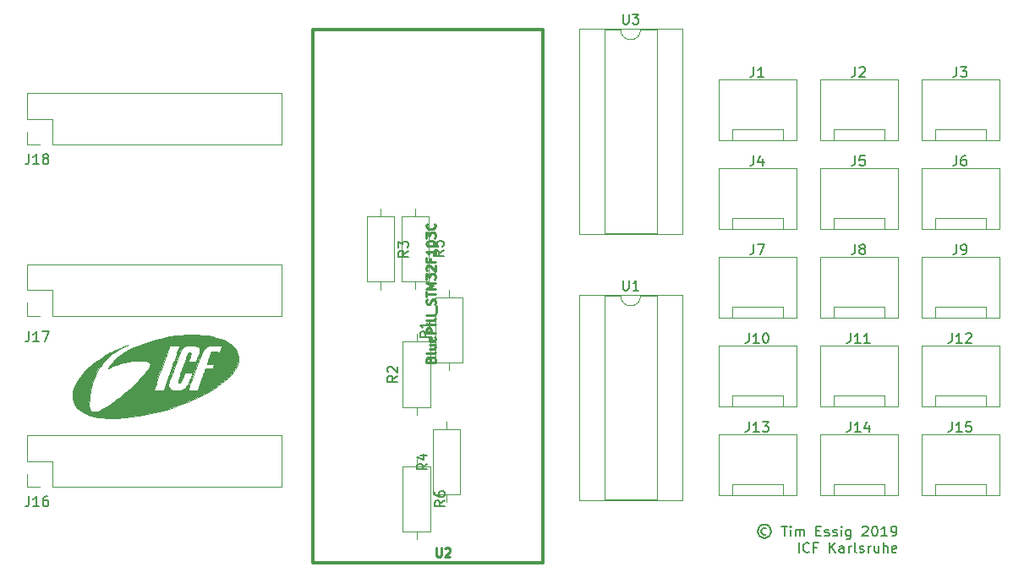
<source format=gbr>
G04 #@! TF.GenerationSoftware,KiCad,Pcbnew,5.1.4-e60b266~84~ubuntu18.04.1*
G04 #@! TF.CreationDate,2019-09-03T19:43:04+02:00*
G04 #@! TF.ProjectId,xfaders,78666164-6572-4732-9e6b-696361645f70,rev?*
G04 #@! TF.SameCoordinates,Original*
G04 #@! TF.FileFunction,Legend,Top*
G04 #@! TF.FilePolarity,Positive*
%FSLAX46Y46*%
G04 Gerber Fmt 4.6, Leading zero omitted, Abs format (unit mm)*
G04 Created by KiCad (PCBNEW 5.1.4-e60b266~84~ubuntu18.04.1) date 2019-09-03 19:43:04*
%MOMM*%
%LPD*%
G04 APERTURE LIST*
%ADD10C,0.150000*%
%ADD11C,0.010000*%
%ADD12C,0.120000*%
%ADD13C,0.304800*%
%ADD14C,0.222250*%
G04 APERTURE END LIST*
D10*
X145668404Y-110879476D02*
X145573166Y-110831857D01*
X145382690Y-110831857D01*
X145287452Y-110879476D01*
X145192214Y-110974714D01*
X145144595Y-111069952D01*
X145144595Y-111260428D01*
X145192214Y-111355666D01*
X145287452Y-111450904D01*
X145382690Y-111498523D01*
X145573166Y-111498523D01*
X145668404Y-111450904D01*
X145477928Y-110498523D02*
X145239833Y-110546142D01*
X145001738Y-110689000D01*
X144858880Y-110927095D01*
X144811261Y-111165190D01*
X144858880Y-111403285D01*
X145001738Y-111641380D01*
X145239833Y-111784238D01*
X145477928Y-111831857D01*
X145716023Y-111784238D01*
X145954119Y-111641380D01*
X146096976Y-111403285D01*
X146144595Y-111165190D01*
X146096976Y-110927095D01*
X145954119Y-110689000D01*
X145716023Y-110546142D01*
X145477928Y-110498523D01*
X147192214Y-110641380D02*
X147763642Y-110641380D01*
X147477928Y-111641380D02*
X147477928Y-110641380D01*
X148096976Y-111641380D02*
X148096976Y-110974714D01*
X148096976Y-110641380D02*
X148049357Y-110689000D01*
X148096976Y-110736619D01*
X148144595Y-110689000D01*
X148096976Y-110641380D01*
X148096976Y-110736619D01*
X148573166Y-111641380D02*
X148573166Y-110974714D01*
X148573166Y-111069952D02*
X148620785Y-111022333D01*
X148716023Y-110974714D01*
X148858880Y-110974714D01*
X148954119Y-111022333D01*
X149001738Y-111117571D01*
X149001738Y-111641380D01*
X149001738Y-111117571D02*
X149049357Y-111022333D01*
X149144595Y-110974714D01*
X149287452Y-110974714D01*
X149382690Y-111022333D01*
X149430309Y-111117571D01*
X149430309Y-111641380D01*
X150668404Y-111117571D02*
X151001738Y-111117571D01*
X151144595Y-111641380D02*
X150668404Y-111641380D01*
X150668404Y-110641380D01*
X151144595Y-110641380D01*
X151525547Y-111593761D02*
X151620785Y-111641380D01*
X151811261Y-111641380D01*
X151906500Y-111593761D01*
X151954119Y-111498523D01*
X151954119Y-111450904D01*
X151906500Y-111355666D01*
X151811261Y-111308047D01*
X151668404Y-111308047D01*
X151573166Y-111260428D01*
X151525547Y-111165190D01*
X151525547Y-111117571D01*
X151573166Y-111022333D01*
X151668404Y-110974714D01*
X151811261Y-110974714D01*
X151906500Y-111022333D01*
X152335071Y-111593761D02*
X152430309Y-111641380D01*
X152620785Y-111641380D01*
X152716023Y-111593761D01*
X152763642Y-111498523D01*
X152763642Y-111450904D01*
X152716023Y-111355666D01*
X152620785Y-111308047D01*
X152477928Y-111308047D01*
X152382690Y-111260428D01*
X152335071Y-111165190D01*
X152335071Y-111117571D01*
X152382690Y-111022333D01*
X152477928Y-110974714D01*
X152620785Y-110974714D01*
X152716023Y-111022333D01*
X153192214Y-111641380D02*
X153192214Y-110974714D01*
X153192214Y-110641380D02*
X153144595Y-110689000D01*
X153192214Y-110736619D01*
X153239833Y-110689000D01*
X153192214Y-110641380D01*
X153192214Y-110736619D01*
X154096976Y-110974714D02*
X154096976Y-111784238D01*
X154049357Y-111879476D01*
X154001738Y-111927095D01*
X153906500Y-111974714D01*
X153763642Y-111974714D01*
X153668404Y-111927095D01*
X154096976Y-111593761D02*
X154001738Y-111641380D01*
X153811261Y-111641380D01*
X153716023Y-111593761D01*
X153668404Y-111546142D01*
X153620785Y-111450904D01*
X153620785Y-111165190D01*
X153668404Y-111069952D01*
X153716023Y-111022333D01*
X153811261Y-110974714D01*
X154001738Y-110974714D01*
X154096976Y-111022333D01*
X155287452Y-110736619D02*
X155335071Y-110689000D01*
X155430309Y-110641380D01*
X155668404Y-110641380D01*
X155763642Y-110689000D01*
X155811261Y-110736619D01*
X155858880Y-110831857D01*
X155858880Y-110927095D01*
X155811261Y-111069952D01*
X155239833Y-111641380D01*
X155858880Y-111641380D01*
X156477928Y-110641380D02*
X156573166Y-110641380D01*
X156668404Y-110689000D01*
X156716023Y-110736619D01*
X156763642Y-110831857D01*
X156811261Y-111022333D01*
X156811261Y-111260428D01*
X156763642Y-111450904D01*
X156716023Y-111546142D01*
X156668404Y-111593761D01*
X156573166Y-111641380D01*
X156477928Y-111641380D01*
X156382690Y-111593761D01*
X156335071Y-111546142D01*
X156287452Y-111450904D01*
X156239833Y-111260428D01*
X156239833Y-111022333D01*
X156287452Y-110831857D01*
X156335071Y-110736619D01*
X156382690Y-110689000D01*
X156477928Y-110641380D01*
X157763642Y-111641380D02*
X157192214Y-111641380D01*
X157477928Y-111641380D02*
X157477928Y-110641380D01*
X157382690Y-110784238D01*
X157287452Y-110879476D01*
X157192214Y-110927095D01*
X158239833Y-111641380D02*
X158430309Y-111641380D01*
X158525547Y-111593761D01*
X158573166Y-111546142D01*
X158668404Y-111403285D01*
X158716023Y-111212809D01*
X158716023Y-110831857D01*
X158668404Y-110736619D01*
X158620785Y-110689000D01*
X158525547Y-110641380D01*
X158335071Y-110641380D01*
X158239833Y-110689000D01*
X158192214Y-110736619D01*
X158144595Y-110831857D01*
X158144595Y-111069952D01*
X158192214Y-111165190D01*
X158239833Y-111212809D01*
X158335071Y-111260428D01*
X158525547Y-111260428D01*
X158620785Y-111212809D01*
X158668404Y-111165190D01*
X158716023Y-111069952D01*
X148906500Y-113291380D02*
X148906500Y-112291380D01*
X149954119Y-113196142D02*
X149906500Y-113243761D01*
X149763642Y-113291380D01*
X149668404Y-113291380D01*
X149525547Y-113243761D01*
X149430309Y-113148523D01*
X149382690Y-113053285D01*
X149335071Y-112862809D01*
X149335071Y-112719952D01*
X149382690Y-112529476D01*
X149430309Y-112434238D01*
X149525547Y-112339000D01*
X149668404Y-112291380D01*
X149763642Y-112291380D01*
X149906500Y-112339000D01*
X149954119Y-112386619D01*
X150716023Y-112767571D02*
X150382690Y-112767571D01*
X150382690Y-113291380D02*
X150382690Y-112291380D01*
X150858880Y-112291380D01*
X152001738Y-113291380D02*
X152001738Y-112291380D01*
X152573166Y-113291380D02*
X152144595Y-112719952D01*
X152573166Y-112291380D02*
X152001738Y-112862809D01*
X153430309Y-113291380D02*
X153430309Y-112767571D01*
X153382690Y-112672333D01*
X153287452Y-112624714D01*
X153096976Y-112624714D01*
X153001738Y-112672333D01*
X153430309Y-113243761D02*
X153335071Y-113291380D01*
X153096976Y-113291380D01*
X153001738Y-113243761D01*
X152954119Y-113148523D01*
X152954119Y-113053285D01*
X153001738Y-112958047D01*
X153096976Y-112910428D01*
X153335071Y-112910428D01*
X153430309Y-112862809D01*
X153906500Y-113291380D02*
X153906500Y-112624714D01*
X153906500Y-112815190D02*
X153954119Y-112719952D01*
X154001738Y-112672333D01*
X154096976Y-112624714D01*
X154192214Y-112624714D01*
X154668404Y-113291380D02*
X154573166Y-113243761D01*
X154525547Y-113148523D01*
X154525547Y-112291380D01*
X155001738Y-113243761D02*
X155096976Y-113291380D01*
X155287452Y-113291380D01*
X155382690Y-113243761D01*
X155430309Y-113148523D01*
X155430309Y-113100904D01*
X155382690Y-113005666D01*
X155287452Y-112958047D01*
X155144595Y-112958047D01*
X155049357Y-112910428D01*
X155001738Y-112815190D01*
X155001738Y-112767571D01*
X155049357Y-112672333D01*
X155144595Y-112624714D01*
X155287452Y-112624714D01*
X155382690Y-112672333D01*
X155858880Y-113291380D02*
X155858880Y-112624714D01*
X155858880Y-112815190D02*
X155906500Y-112719952D01*
X155954119Y-112672333D01*
X156049357Y-112624714D01*
X156144595Y-112624714D01*
X156906500Y-112624714D02*
X156906500Y-113291380D01*
X156477928Y-112624714D02*
X156477928Y-113148523D01*
X156525547Y-113243761D01*
X156620785Y-113291380D01*
X156763642Y-113291380D01*
X156858880Y-113243761D01*
X156906500Y-113196142D01*
X157382690Y-113291380D02*
X157382690Y-112291380D01*
X157811261Y-113291380D02*
X157811261Y-112767571D01*
X157763642Y-112672333D01*
X157668404Y-112624714D01*
X157525547Y-112624714D01*
X157430309Y-112672333D01*
X157382690Y-112719952D01*
X158668404Y-113243761D02*
X158573166Y-113291380D01*
X158382690Y-113291380D01*
X158287452Y-113243761D01*
X158239833Y-113148523D01*
X158239833Y-112767571D01*
X158287452Y-112672333D01*
X158382690Y-112624714D01*
X158573166Y-112624714D01*
X158668404Y-112672333D01*
X158716023Y-112767571D01*
X158716023Y-112862809D01*
X158239833Y-112958047D01*
D11*
G36*
X81724500Y-92508917D02*
G01*
X81713916Y-92519500D01*
X81703333Y-92508917D01*
X81713916Y-92498333D01*
X81724500Y-92508917D01*
X81724500Y-92508917D01*
G37*
X81724500Y-92508917D02*
X81713916Y-92519500D01*
X81703333Y-92508917D01*
X81713916Y-92498333D01*
X81724500Y-92508917D01*
G36*
X81675111Y-92526555D02*
G01*
X81672205Y-92539139D01*
X81661000Y-92540667D01*
X81643577Y-92532922D01*
X81646888Y-92526555D01*
X81672008Y-92524022D01*
X81675111Y-92526555D01*
X81675111Y-92526555D01*
G37*
X81675111Y-92526555D02*
X81672205Y-92539139D01*
X81661000Y-92540667D01*
X81643577Y-92532922D01*
X81646888Y-92526555D01*
X81672008Y-92524022D01*
X81675111Y-92526555D01*
G36*
X88090127Y-91470883D02*
G01*
X88277922Y-91475666D01*
X88474136Y-91482393D01*
X88670320Y-91490767D01*
X88858024Y-91500487D01*
X89028798Y-91511256D01*
X89174194Y-91522774D01*
X89206345Y-91525810D01*
X89700242Y-91585471D01*
X90159131Y-91663724D01*
X90582646Y-91760374D01*
X90970421Y-91875228D01*
X91322088Y-92008091D01*
X91637281Y-92158769D01*
X91915632Y-92327068D01*
X92156776Y-92512794D01*
X92360344Y-92715753D01*
X92525972Y-92935751D01*
X92653291Y-93172595D01*
X92732256Y-93390960D01*
X92761038Y-93523638D01*
X92780839Y-93681166D01*
X92790776Y-93847732D01*
X92789969Y-94007525D01*
X92777539Y-94144734D01*
X92775077Y-94159779D01*
X92709749Y-94417715D01*
X92603279Y-94680218D01*
X92456518Y-94946493D01*
X92270316Y-95215743D01*
X92045523Y-95487174D01*
X91782991Y-95759989D01*
X91483569Y-96033392D01*
X91148109Y-96306588D01*
X90777460Y-96578780D01*
X90372472Y-96849174D01*
X89933997Y-97116973D01*
X89462885Y-97381381D01*
X89164583Y-97538233D01*
X88439690Y-97890109D01*
X87684371Y-98217955D01*
X86904085Y-98520198D01*
X86104292Y-98795264D01*
X85290453Y-99041579D01*
X84468026Y-99257569D01*
X83642473Y-99441661D01*
X82819252Y-99592281D01*
X82003825Y-99707855D01*
X81428166Y-99768169D01*
X81103885Y-99793807D01*
X80777621Y-99813636D01*
X80458120Y-99827362D01*
X80154130Y-99834688D01*
X79874399Y-99835319D01*
X79629000Y-99829016D01*
X79186195Y-99797690D01*
X78769695Y-99743880D01*
X78380544Y-99668301D01*
X78019787Y-99571664D01*
X77688471Y-99454685D01*
X77387641Y-99318077D01*
X77118342Y-99162554D01*
X76881621Y-98988829D01*
X76678522Y-98797615D01*
X76510091Y-98589627D01*
X76377374Y-98365578D01*
X76281417Y-98126181D01*
X76223264Y-97872151D01*
X76203962Y-97604201D01*
X76207331Y-97493667D01*
X76246266Y-97182054D01*
X76325863Y-96866222D01*
X76444830Y-96547595D01*
X76601874Y-96227602D01*
X76795703Y-95907669D01*
X77025023Y-95589223D01*
X77288542Y-95273690D01*
X77584968Y-94962499D01*
X77913008Y-94657075D01*
X78271369Y-94358846D01*
X78658759Y-94069238D01*
X79073885Y-93789679D01*
X79515455Y-93521596D01*
X79982175Y-93266414D01*
X80084083Y-93214182D01*
X80221364Y-93145269D01*
X80362523Y-93075548D01*
X80497258Y-93010026D01*
X80615269Y-92953711D01*
X80706256Y-92911611D01*
X80708500Y-92910603D01*
X80788877Y-92875301D01*
X80889250Y-92832419D01*
X81002989Y-92784658D01*
X81123465Y-92734722D01*
X81244047Y-92685313D01*
X81358107Y-92639133D01*
X81459014Y-92598885D01*
X81540141Y-92567270D01*
X81594856Y-92546991D01*
X81616031Y-92540667D01*
X81601863Y-92549535D01*
X81555136Y-92574286D01*
X81481289Y-92612138D01*
X81385760Y-92660311D01*
X81273987Y-92716022D01*
X81247847Y-92728969D01*
X80879495Y-92923114D01*
X80545154Y-93125384D01*
X80236562Y-93341586D01*
X79945459Y-93577529D01*
X79663585Y-93839024D01*
X79649458Y-93853000D01*
X79485358Y-94019953D01*
X79345443Y-94172463D01*
X79220286Y-94321825D01*
X79100462Y-94479333D01*
X78976544Y-94656280D01*
X78966018Y-94671841D01*
X78705068Y-95094984D01*
X78479245Y-95539343D01*
X78288345Y-96005588D01*
X78132162Y-96494386D01*
X78010493Y-97006407D01*
X77923133Y-97542319D01*
X77869878Y-98102790D01*
X77859966Y-98288343D01*
X77855246Y-98505656D01*
X77862417Y-98685699D01*
X77882401Y-98832089D01*
X77916121Y-98948444D01*
X77964499Y-99038381D01*
X78028458Y-99105517D01*
X78076466Y-99137346D01*
X78179206Y-99180785D01*
X78289640Y-99198084D01*
X78419064Y-99190396D01*
X78486000Y-99179190D01*
X78674019Y-99129579D01*
X78886945Y-99049265D01*
X79122444Y-98939948D01*
X79378183Y-98803330D01*
X79651827Y-98641114D01*
X79941045Y-98455001D01*
X80243502Y-98246693D01*
X80556865Y-98017891D01*
X80878801Y-97770297D01*
X81206977Y-97505613D01*
X81539059Y-97225540D01*
X81744410Y-97044743D01*
X84311343Y-97044743D01*
X84319492Y-97053564D01*
X84341230Y-97060097D01*
X84381309Y-97064680D01*
X84444480Y-97067655D01*
X84535495Y-97069362D01*
X84659106Y-97070141D01*
X84820064Y-97070333D01*
X85356215Y-97070333D01*
X85563346Y-96470561D01*
X85774470Y-96470561D01*
X85784817Y-96609440D01*
X85834721Y-96734157D01*
X85923572Y-96843315D01*
X86050758Y-96935518D01*
X86081109Y-96951991D01*
X86218483Y-97006057D01*
X86383708Y-97043861D01*
X86565102Y-97064288D01*
X86750984Y-97066221D01*
X86815539Y-97059834D01*
X87735833Y-97059834D01*
X87756033Y-97062767D01*
X87812766Y-97065385D01*
X87900235Y-97067566D01*
X88012638Y-97069190D01*
X88144178Y-97070137D01*
X88241254Y-97070333D01*
X88746675Y-97070333D01*
X89102023Y-96017292D01*
X89170607Y-95814106D01*
X89235481Y-95622025D01*
X89295313Y-95444981D01*
X89348774Y-95286908D01*
X89394531Y-95151737D01*
X89431255Y-95043401D01*
X89457614Y-94965833D01*
X89472277Y-94922966D01*
X89474494Y-94916625D01*
X89481851Y-94899664D01*
X89493926Y-94887300D01*
X89516760Y-94878805D01*
X89556392Y-94873454D01*
X89618864Y-94870521D01*
X89710215Y-94869279D01*
X89836487Y-94869003D01*
X89870673Y-94869000D01*
X90249728Y-94869000D01*
X90397758Y-94456250D01*
X90019295Y-94450481D01*
X89898030Y-94447816D01*
X89792888Y-94443948D01*
X89710567Y-94439251D01*
X89657764Y-94434099D01*
X89641011Y-94429314D01*
X89647725Y-94406190D01*
X89666650Y-94348083D01*
X89696096Y-94259994D01*
X89734375Y-94146927D01*
X89779800Y-94013884D01*
X89830681Y-93865867D01*
X89852678Y-93802159D01*
X89905250Y-93649787D01*
X89953057Y-93510650D01*
X89994417Y-93389690D01*
X90027647Y-93291850D01*
X90051065Y-93222069D01*
X90062990Y-93185289D01*
X90064166Y-93180883D01*
X90084025Y-93179414D01*
X90138433Y-93179352D01*
X90219637Y-93180478D01*
X90319885Y-93182572D01*
X90431422Y-93185415D01*
X90546497Y-93188788D01*
X90657356Y-93192473D01*
X90756246Y-93196249D01*
X90835415Y-93199898D01*
X90887109Y-93203200D01*
X90899164Y-93204488D01*
X90911041Y-93186685D01*
X90934043Y-93137159D01*
X90965011Y-93064040D01*
X91000791Y-92975459D01*
X91038225Y-92879543D01*
X91074156Y-92784424D01*
X91105429Y-92698231D01*
X91128886Y-92629093D01*
X91141370Y-92585139D01*
X91142533Y-92577708D01*
X91122851Y-92572239D01*
X91067111Y-92567944D01*
X90981570Y-92564782D01*
X90872485Y-92562717D01*
X90746115Y-92561708D01*
X90608717Y-92561717D01*
X90466548Y-92562705D01*
X90325866Y-92564634D01*
X90192929Y-92567464D01*
X90073994Y-92571157D01*
X89975318Y-92575673D01*
X89903160Y-92580975D01*
X89869416Y-92585608D01*
X89694780Y-92642143D01*
X89540559Y-92734146D01*
X89404489Y-92863232D01*
X89316475Y-92980062D01*
X89265708Y-93060649D01*
X89219968Y-93140117D01*
X89188389Y-93202514D01*
X89186271Y-93207417D01*
X89173235Y-93240410D01*
X89146983Y-93308649D01*
X89108756Y-93408839D01*
X89059793Y-93537686D01*
X89001336Y-93691895D01*
X88934625Y-93868171D01*
X88860899Y-94063219D01*
X88781400Y-94273746D01*
X88697369Y-94496455D01*
X88610044Y-94728054D01*
X88520668Y-94965246D01*
X88430480Y-95204737D01*
X88340721Y-95443233D01*
X88252631Y-95677439D01*
X88167450Y-95904060D01*
X88086420Y-96119802D01*
X88010780Y-96321370D01*
X87941771Y-96505469D01*
X87880634Y-96668805D01*
X87828609Y-96808083D01*
X87786936Y-96920009D01*
X87756855Y-97001287D01*
X87739608Y-97048623D01*
X87735833Y-97059834D01*
X86815539Y-97059834D01*
X86929671Y-97048542D01*
X86984416Y-97038352D01*
X87193025Y-96973777D01*
X87380171Y-96872914D01*
X87544957Y-96736477D01*
X87686483Y-96565181D01*
X87782324Y-96403583D01*
X87808887Y-96345449D01*
X87844513Y-96258731D01*
X87886823Y-96150104D01*
X87933433Y-96026240D01*
X87981961Y-95893812D01*
X88030026Y-95759492D01*
X88075245Y-95629954D01*
X88115236Y-95511870D01*
X88147618Y-95411912D01*
X88170008Y-95336755D01*
X88180024Y-95293069D01*
X88180333Y-95288654D01*
X88160279Y-95283096D01*
X88104544Y-95278839D01*
X88019763Y-95276102D01*
X87912576Y-95275104D01*
X87794874Y-95275981D01*
X87409415Y-95281750D01*
X87270288Y-95642491D01*
X87204717Y-95809133D01*
X87149323Y-95941224D01*
X87101098Y-96044439D01*
X87057036Y-96124456D01*
X87014127Y-96186951D01*
X86969366Y-96237601D01*
X86940902Y-96264197D01*
X86882497Y-96308986D01*
X86841618Y-96320008D01*
X86809616Y-96296764D01*
X86785610Y-96255265D01*
X86769356Y-96207774D01*
X86767412Y-96151623D01*
X86778781Y-96072980D01*
X86789009Y-96036269D01*
X86812251Y-95963758D01*
X86847093Y-95859445D01*
X86892123Y-95727329D01*
X86945928Y-95571409D01*
X87007094Y-95395685D01*
X87074210Y-95204153D01*
X87145861Y-95000815D01*
X87220636Y-94789668D01*
X87297120Y-94574711D01*
X87373902Y-94359943D01*
X87449568Y-94149363D01*
X87522705Y-93946970D01*
X87591900Y-93756763D01*
X87655740Y-93582740D01*
X87712813Y-93428901D01*
X87716830Y-93418159D01*
X87755075Y-93334697D01*
X87798663Y-93285779D01*
X87856787Y-93263791D01*
X87907400Y-93260333D01*
X87980396Y-93275675D01*
X88032313Y-93316395D01*
X88053274Y-93374530D01*
X88053333Y-93377966D01*
X88046554Y-93412695D01*
X88027732Y-93479890D01*
X87999145Y-93572178D01*
X87963067Y-93682185D01*
X87926333Y-93789500D01*
X87885897Y-93905827D01*
X87850778Y-94007710D01*
X87823179Y-94088687D01*
X87805303Y-94142295D01*
X87799333Y-94161981D01*
X87819394Y-94164683D01*
X87875154Y-94167029D01*
X87959980Y-94168873D01*
X88067240Y-94170069D01*
X88185625Y-94170472D01*
X88571916Y-94170444D01*
X88761093Y-93670278D01*
X88820839Y-93511168D01*
X88866744Y-93385539D01*
X88900562Y-93287513D01*
X88924049Y-93211215D01*
X88938962Y-93150770D01*
X88947054Y-93100300D01*
X88950082Y-93053932D01*
X88950270Y-93037052D01*
X88937986Y-92916790D01*
X88897994Y-92821211D01*
X88825585Y-92743280D01*
X88716051Y-92675957D01*
X88705064Y-92670589D01*
X88598227Y-92627409D01*
X88478624Y-92596127D01*
X88339427Y-92575820D01*
X88173810Y-92565565D01*
X87974944Y-92564439D01*
X87926333Y-92565319D01*
X87772303Y-92570643D01*
X87651451Y-92581390D01*
X87554665Y-92600995D01*
X87472835Y-92632894D01*
X87396852Y-92680520D01*
X87317605Y-92747309D01*
X87237614Y-92824984D01*
X87088646Y-92974583D01*
X86466662Y-94583250D01*
X86369390Y-94835104D01*
X86275798Y-95077959D01*
X86187124Y-95308575D01*
X86104605Y-95523708D01*
X86029479Y-95720116D01*
X85962982Y-95894557D01*
X85906353Y-96043789D01*
X85860827Y-96164569D01*
X85827644Y-96253656D01*
X85808039Y-96307806D01*
X85804290Y-96318917D01*
X85774470Y-96470561D01*
X85563346Y-96470561D01*
X86125582Y-94842542D01*
X86227661Y-94546980D01*
X86325949Y-94262437D01*
X86419554Y-93991490D01*
X86507585Y-93736720D01*
X86589150Y-93500704D01*
X86663357Y-93286022D01*
X86729316Y-93095252D01*
X86786133Y-92930974D01*
X86832919Y-92795766D01*
X86868781Y-92692206D01*
X86892828Y-92622875D01*
X86904168Y-92590350D01*
X86904906Y-92588292D01*
X86899412Y-92579569D01*
X86872891Y-92572864D01*
X86821351Y-92567959D01*
X86740797Y-92564639D01*
X86627239Y-92562685D01*
X86476683Y-92561883D01*
X86417445Y-92561833D01*
X86257428Y-92562147D01*
X86134776Y-92563302D01*
X86044523Y-92565617D01*
X85981706Y-92569413D01*
X85941358Y-92575011D01*
X85918514Y-92582729D01*
X85908210Y-92592887D01*
X85907415Y-92594704D01*
X85895718Y-92626423D01*
X85871105Y-92694144D01*
X85834695Y-92794753D01*
X85787607Y-92925139D01*
X85730959Y-93082188D01*
X85665870Y-93262789D01*
X85593459Y-93463829D01*
X85514845Y-93682195D01*
X85431146Y-93914775D01*
X85343481Y-94158457D01*
X85252969Y-94410127D01*
X85160729Y-94666674D01*
X85067878Y-94924985D01*
X84975537Y-95181948D01*
X84884823Y-95434449D01*
X84796856Y-95679378D01*
X84712754Y-95913620D01*
X84633635Y-96134065D01*
X84560620Y-96337598D01*
X84494826Y-96521108D01*
X84437371Y-96681483D01*
X84389376Y-96815609D01*
X84351958Y-96920375D01*
X84326237Y-96992667D01*
X84313330Y-97029374D01*
X84312033Y-97033292D01*
X84311343Y-97044743D01*
X81744410Y-97044743D01*
X81872714Y-96931781D01*
X82205609Y-96626037D01*
X82535410Y-96310009D01*
X82846333Y-95999150D01*
X83109620Y-95724066D01*
X83337896Y-95472327D01*
X83531327Y-95243729D01*
X83690080Y-95038067D01*
X83814319Y-94855135D01*
X83904212Y-94694728D01*
X83906948Y-94689083D01*
X83956419Y-94553146D01*
X83966734Y-94432659D01*
X83938253Y-94327889D01*
X83871336Y-94239105D01*
X83766344Y-94166574D01*
X83623638Y-94110562D01*
X83443576Y-94071336D01*
X83226521Y-94049165D01*
X83036833Y-94043885D01*
X82635608Y-94057155D01*
X82221794Y-94096670D01*
X81803170Y-94160645D01*
X81387514Y-94247296D01*
X80982606Y-94354839D01*
X80596223Y-94481489D01*
X80236146Y-94625462D01*
X79989676Y-94742887D01*
X79907077Y-94784268D01*
X79839343Y-94816034D01*
X79794575Y-94834520D01*
X79780797Y-94837352D01*
X79784861Y-94814001D01*
X79808345Y-94763228D01*
X79846826Y-94692590D01*
X79895877Y-94609643D01*
X79951073Y-94521944D01*
X80007990Y-94437048D01*
X80047355Y-94382167D01*
X80247047Y-94142906D01*
X80486363Y-93907466D01*
X80762688Y-93676846D01*
X81073406Y-93452045D01*
X81415902Y-93234065D01*
X81787561Y-93023905D01*
X82185766Y-92822564D01*
X82607904Y-92631042D01*
X83051359Y-92450339D01*
X83513514Y-92281456D01*
X83991755Y-92125391D01*
X84483467Y-91983146D01*
X84986035Y-91855718D01*
X85496842Y-91744110D01*
X86013273Y-91649319D01*
X86532714Y-91572346D01*
X87052549Y-91514192D01*
X87570162Y-91475855D01*
X87661750Y-91471191D01*
X87773591Y-91468347D01*
X87919200Y-91468344D01*
X88090127Y-91470883D01*
X88090127Y-91470883D01*
G37*
X88090127Y-91470883D02*
X88277922Y-91475666D01*
X88474136Y-91482393D01*
X88670320Y-91490767D01*
X88858024Y-91500487D01*
X89028798Y-91511256D01*
X89174194Y-91522774D01*
X89206345Y-91525810D01*
X89700242Y-91585471D01*
X90159131Y-91663724D01*
X90582646Y-91760374D01*
X90970421Y-91875228D01*
X91322088Y-92008091D01*
X91637281Y-92158769D01*
X91915632Y-92327068D01*
X92156776Y-92512794D01*
X92360344Y-92715753D01*
X92525972Y-92935751D01*
X92653291Y-93172595D01*
X92732256Y-93390960D01*
X92761038Y-93523638D01*
X92780839Y-93681166D01*
X92790776Y-93847732D01*
X92789969Y-94007525D01*
X92777539Y-94144734D01*
X92775077Y-94159779D01*
X92709749Y-94417715D01*
X92603279Y-94680218D01*
X92456518Y-94946493D01*
X92270316Y-95215743D01*
X92045523Y-95487174D01*
X91782991Y-95759989D01*
X91483569Y-96033392D01*
X91148109Y-96306588D01*
X90777460Y-96578780D01*
X90372472Y-96849174D01*
X89933997Y-97116973D01*
X89462885Y-97381381D01*
X89164583Y-97538233D01*
X88439690Y-97890109D01*
X87684371Y-98217955D01*
X86904085Y-98520198D01*
X86104292Y-98795264D01*
X85290453Y-99041579D01*
X84468026Y-99257569D01*
X83642473Y-99441661D01*
X82819252Y-99592281D01*
X82003825Y-99707855D01*
X81428166Y-99768169D01*
X81103885Y-99793807D01*
X80777621Y-99813636D01*
X80458120Y-99827362D01*
X80154130Y-99834688D01*
X79874399Y-99835319D01*
X79629000Y-99829016D01*
X79186195Y-99797690D01*
X78769695Y-99743880D01*
X78380544Y-99668301D01*
X78019787Y-99571664D01*
X77688471Y-99454685D01*
X77387641Y-99318077D01*
X77118342Y-99162554D01*
X76881621Y-98988829D01*
X76678522Y-98797615D01*
X76510091Y-98589627D01*
X76377374Y-98365578D01*
X76281417Y-98126181D01*
X76223264Y-97872151D01*
X76203962Y-97604201D01*
X76207331Y-97493667D01*
X76246266Y-97182054D01*
X76325863Y-96866222D01*
X76444830Y-96547595D01*
X76601874Y-96227602D01*
X76795703Y-95907669D01*
X77025023Y-95589223D01*
X77288542Y-95273690D01*
X77584968Y-94962499D01*
X77913008Y-94657075D01*
X78271369Y-94358846D01*
X78658759Y-94069238D01*
X79073885Y-93789679D01*
X79515455Y-93521596D01*
X79982175Y-93266414D01*
X80084083Y-93214182D01*
X80221364Y-93145269D01*
X80362523Y-93075548D01*
X80497258Y-93010026D01*
X80615269Y-92953711D01*
X80706256Y-92911611D01*
X80708500Y-92910603D01*
X80788877Y-92875301D01*
X80889250Y-92832419D01*
X81002989Y-92784658D01*
X81123465Y-92734722D01*
X81244047Y-92685313D01*
X81358107Y-92639133D01*
X81459014Y-92598885D01*
X81540141Y-92567270D01*
X81594856Y-92546991D01*
X81616031Y-92540667D01*
X81601863Y-92549535D01*
X81555136Y-92574286D01*
X81481289Y-92612138D01*
X81385760Y-92660311D01*
X81273987Y-92716022D01*
X81247847Y-92728969D01*
X80879495Y-92923114D01*
X80545154Y-93125384D01*
X80236562Y-93341586D01*
X79945459Y-93577529D01*
X79663585Y-93839024D01*
X79649458Y-93853000D01*
X79485358Y-94019953D01*
X79345443Y-94172463D01*
X79220286Y-94321825D01*
X79100462Y-94479333D01*
X78976544Y-94656280D01*
X78966018Y-94671841D01*
X78705068Y-95094984D01*
X78479245Y-95539343D01*
X78288345Y-96005588D01*
X78132162Y-96494386D01*
X78010493Y-97006407D01*
X77923133Y-97542319D01*
X77869878Y-98102790D01*
X77859966Y-98288343D01*
X77855246Y-98505656D01*
X77862417Y-98685699D01*
X77882401Y-98832089D01*
X77916121Y-98948444D01*
X77964499Y-99038381D01*
X78028458Y-99105517D01*
X78076466Y-99137346D01*
X78179206Y-99180785D01*
X78289640Y-99198084D01*
X78419064Y-99190396D01*
X78486000Y-99179190D01*
X78674019Y-99129579D01*
X78886945Y-99049265D01*
X79122444Y-98939948D01*
X79378183Y-98803330D01*
X79651827Y-98641114D01*
X79941045Y-98455001D01*
X80243502Y-98246693D01*
X80556865Y-98017891D01*
X80878801Y-97770297D01*
X81206977Y-97505613D01*
X81539059Y-97225540D01*
X81744410Y-97044743D01*
X84311343Y-97044743D01*
X84319492Y-97053564D01*
X84341230Y-97060097D01*
X84381309Y-97064680D01*
X84444480Y-97067655D01*
X84535495Y-97069362D01*
X84659106Y-97070141D01*
X84820064Y-97070333D01*
X85356215Y-97070333D01*
X85563346Y-96470561D01*
X85774470Y-96470561D01*
X85784817Y-96609440D01*
X85834721Y-96734157D01*
X85923572Y-96843315D01*
X86050758Y-96935518D01*
X86081109Y-96951991D01*
X86218483Y-97006057D01*
X86383708Y-97043861D01*
X86565102Y-97064288D01*
X86750984Y-97066221D01*
X86815539Y-97059834D01*
X87735833Y-97059834D01*
X87756033Y-97062767D01*
X87812766Y-97065385D01*
X87900235Y-97067566D01*
X88012638Y-97069190D01*
X88144178Y-97070137D01*
X88241254Y-97070333D01*
X88746675Y-97070333D01*
X89102023Y-96017292D01*
X89170607Y-95814106D01*
X89235481Y-95622025D01*
X89295313Y-95444981D01*
X89348774Y-95286908D01*
X89394531Y-95151737D01*
X89431255Y-95043401D01*
X89457614Y-94965833D01*
X89472277Y-94922966D01*
X89474494Y-94916625D01*
X89481851Y-94899664D01*
X89493926Y-94887300D01*
X89516760Y-94878805D01*
X89556392Y-94873454D01*
X89618864Y-94870521D01*
X89710215Y-94869279D01*
X89836487Y-94869003D01*
X89870673Y-94869000D01*
X90249728Y-94869000D01*
X90397758Y-94456250D01*
X90019295Y-94450481D01*
X89898030Y-94447816D01*
X89792888Y-94443948D01*
X89710567Y-94439251D01*
X89657764Y-94434099D01*
X89641011Y-94429314D01*
X89647725Y-94406190D01*
X89666650Y-94348083D01*
X89696096Y-94259994D01*
X89734375Y-94146927D01*
X89779800Y-94013884D01*
X89830681Y-93865867D01*
X89852678Y-93802159D01*
X89905250Y-93649787D01*
X89953057Y-93510650D01*
X89994417Y-93389690D01*
X90027647Y-93291850D01*
X90051065Y-93222069D01*
X90062990Y-93185289D01*
X90064166Y-93180883D01*
X90084025Y-93179414D01*
X90138433Y-93179352D01*
X90219637Y-93180478D01*
X90319885Y-93182572D01*
X90431422Y-93185415D01*
X90546497Y-93188788D01*
X90657356Y-93192473D01*
X90756246Y-93196249D01*
X90835415Y-93199898D01*
X90887109Y-93203200D01*
X90899164Y-93204488D01*
X90911041Y-93186685D01*
X90934043Y-93137159D01*
X90965011Y-93064040D01*
X91000791Y-92975459D01*
X91038225Y-92879543D01*
X91074156Y-92784424D01*
X91105429Y-92698231D01*
X91128886Y-92629093D01*
X91141370Y-92585139D01*
X91142533Y-92577708D01*
X91122851Y-92572239D01*
X91067111Y-92567944D01*
X90981570Y-92564782D01*
X90872485Y-92562717D01*
X90746115Y-92561708D01*
X90608717Y-92561717D01*
X90466548Y-92562705D01*
X90325866Y-92564634D01*
X90192929Y-92567464D01*
X90073994Y-92571157D01*
X89975318Y-92575673D01*
X89903160Y-92580975D01*
X89869416Y-92585608D01*
X89694780Y-92642143D01*
X89540559Y-92734146D01*
X89404489Y-92863232D01*
X89316475Y-92980062D01*
X89265708Y-93060649D01*
X89219968Y-93140117D01*
X89188389Y-93202514D01*
X89186271Y-93207417D01*
X89173235Y-93240410D01*
X89146983Y-93308649D01*
X89108756Y-93408839D01*
X89059793Y-93537686D01*
X89001336Y-93691895D01*
X88934625Y-93868171D01*
X88860899Y-94063219D01*
X88781400Y-94273746D01*
X88697369Y-94496455D01*
X88610044Y-94728054D01*
X88520668Y-94965246D01*
X88430480Y-95204737D01*
X88340721Y-95443233D01*
X88252631Y-95677439D01*
X88167450Y-95904060D01*
X88086420Y-96119802D01*
X88010780Y-96321370D01*
X87941771Y-96505469D01*
X87880634Y-96668805D01*
X87828609Y-96808083D01*
X87786936Y-96920009D01*
X87756855Y-97001287D01*
X87739608Y-97048623D01*
X87735833Y-97059834D01*
X86815539Y-97059834D01*
X86929671Y-97048542D01*
X86984416Y-97038352D01*
X87193025Y-96973777D01*
X87380171Y-96872914D01*
X87544957Y-96736477D01*
X87686483Y-96565181D01*
X87782324Y-96403583D01*
X87808887Y-96345449D01*
X87844513Y-96258731D01*
X87886823Y-96150104D01*
X87933433Y-96026240D01*
X87981961Y-95893812D01*
X88030026Y-95759492D01*
X88075245Y-95629954D01*
X88115236Y-95511870D01*
X88147618Y-95411912D01*
X88170008Y-95336755D01*
X88180024Y-95293069D01*
X88180333Y-95288654D01*
X88160279Y-95283096D01*
X88104544Y-95278839D01*
X88019763Y-95276102D01*
X87912576Y-95275104D01*
X87794874Y-95275981D01*
X87409415Y-95281750D01*
X87270288Y-95642491D01*
X87204717Y-95809133D01*
X87149323Y-95941224D01*
X87101098Y-96044439D01*
X87057036Y-96124456D01*
X87014127Y-96186951D01*
X86969366Y-96237601D01*
X86940902Y-96264197D01*
X86882497Y-96308986D01*
X86841618Y-96320008D01*
X86809616Y-96296764D01*
X86785610Y-96255265D01*
X86769356Y-96207774D01*
X86767412Y-96151623D01*
X86778781Y-96072980D01*
X86789009Y-96036269D01*
X86812251Y-95963758D01*
X86847093Y-95859445D01*
X86892123Y-95727329D01*
X86945928Y-95571409D01*
X87007094Y-95395685D01*
X87074210Y-95204153D01*
X87145861Y-95000815D01*
X87220636Y-94789668D01*
X87297120Y-94574711D01*
X87373902Y-94359943D01*
X87449568Y-94149363D01*
X87522705Y-93946970D01*
X87591900Y-93756763D01*
X87655740Y-93582740D01*
X87712813Y-93428901D01*
X87716830Y-93418159D01*
X87755075Y-93334697D01*
X87798663Y-93285779D01*
X87856787Y-93263791D01*
X87907400Y-93260333D01*
X87980396Y-93275675D01*
X88032313Y-93316395D01*
X88053274Y-93374530D01*
X88053333Y-93377966D01*
X88046554Y-93412695D01*
X88027732Y-93479890D01*
X87999145Y-93572178D01*
X87963067Y-93682185D01*
X87926333Y-93789500D01*
X87885897Y-93905827D01*
X87850778Y-94007710D01*
X87823179Y-94088687D01*
X87805303Y-94142295D01*
X87799333Y-94161981D01*
X87819394Y-94164683D01*
X87875154Y-94167029D01*
X87959980Y-94168873D01*
X88067240Y-94170069D01*
X88185625Y-94170472D01*
X88571916Y-94170444D01*
X88761093Y-93670278D01*
X88820839Y-93511168D01*
X88866744Y-93385539D01*
X88900562Y-93287513D01*
X88924049Y-93211215D01*
X88938962Y-93150770D01*
X88947054Y-93100300D01*
X88950082Y-93053932D01*
X88950270Y-93037052D01*
X88937986Y-92916790D01*
X88897994Y-92821211D01*
X88825585Y-92743280D01*
X88716051Y-92675957D01*
X88705064Y-92670589D01*
X88598227Y-92627409D01*
X88478624Y-92596127D01*
X88339427Y-92575820D01*
X88173810Y-92565565D01*
X87974944Y-92564439D01*
X87926333Y-92565319D01*
X87772303Y-92570643D01*
X87651451Y-92581390D01*
X87554665Y-92600995D01*
X87472835Y-92632894D01*
X87396852Y-92680520D01*
X87317605Y-92747309D01*
X87237614Y-92824984D01*
X87088646Y-92974583D01*
X86466662Y-94583250D01*
X86369390Y-94835104D01*
X86275798Y-95077959D01*
X86187124Y-95308575D01*
X86104605Y-95523708D01*
X86029479Y-95720116D01*
X85962982Y-95894557D01*
X85906353Y-96043789D01*
X85860827Y-96164569D01*
X85827644Y-96253656D01*
X85808039Y-96307806D01*
X85804290Y-96318917D01*
X85774470Y-96470561D01*
X85563346Y-96470561D01*
X86125582Y-94842542D01*
X86227661Y-94546980D01*
X86325949Y-94262437D01*
X86419554Y-93991490D01*
X86507585Y-93736720D01*
X86589150Y-93500704D01*
X86663357Y-93286022D01*
X86729316Y-93095252D01*
X86786133Y-92930974D01*
X86832919Y-92795766D01*
X86868781Y-92692206D01*
X86892828Y-92622875D01*
X86904168Y-92590350D01*
X86904906Y-92588292D01*
X86899412Y-92579569D01*
X86872891Y-92572864D01*
X86821351Y-92567959D01*
X86740797Y-92564639D01*
X86627239Y-92562685D01*
X86476683Y-92561883D01*
X86417445Y-92561833D01*
X86257428Y-92562147D01*
X86134776Y-92563302D01*
X86044523Y-92565617D01*
X85981706Y-92569413D01*
X85941358Y-92575011D01*
X85918514Y-92582729D01*
X85908210Y-92592887D01*
X85907415Y-92594704D01*
X85895718Y-92626423D01*
X85871105Y-92694144D01*
X85834695Y-92794753D01*
X85787607Y-92925139D01*
X85730959Y-93082188D01*
X85665870Y-93262789D01*
X85593459Y-93463829D01*
X85514845Y-93682195D01*
X85431146Y-93914775D01*
X85343481Y-94158457D01*
X85252969Y-94410127D01*
X85160729Y-94666674D01*
X85067878Y-94924985D01*
X84975537Y-95181948D01*
X84884823Y-95434449D01*
X84796856Y-95679378D01*
X84712754Y-95913620D01*
X84633635Y-96134065D01*
X84560620Y-96337598D01*
X84494826Y-96521108D01*
X84437371Y-96681483D01*
X84389376Y-96815609D01*
X84351958Y-96920375D01*
X84326237Y-96992667D01*
X84313330Y-97029374D01*
X84312033Y-97033292D01*
X84311343Y-97044743D01*
X81744410Y-97044743D01*
X81872714Y-96931781D01*
X82205609Y-96626037D01*
X82535410Y-96310009D01*
X82846333Y-95999150D01*
X83109620Y-95724066D01*
X83337896Y-95472327D01*
X83531327Y-95243729D01*
X83690080Y-95038067D01*
X83814319Y-94855135D01*
X83904212Y-94694728D01*
X83906948Y-94689083D01*
X83956419Y-94553146D01*
X83966734Y-94432659D01*
X83938253Y-94327889D01*
X83871336Y-94239105D01*
X83766344Y-94166574D01*
X83623638Y-94110562D01*
X83443576Y-94071336D01*
X83226521Y-94049165D01*
X83036833Y-94043885D01*
X82635608Y-94057155D01*
X82221794Y-94096670D01*
X81803170Y-94160645D01*
X81387514Y-94247296D01*
X80982606Y-94354839D01*
X80596223Y-94481489D01*
X80236146Y-94625462D01*
X79989676Y-94742887D01*
X79907077Y-94784268D01*
X79839343Y-94816034D01*
X79794575Y-94834520D01*
X79780797Y-94837352D01*
X79784861Y-94814001D01*
X79808345Y-94763228D01*
X79846826Y-94692590D01*
X79895877Y-94609643D01*
X79951073Y-94521944D01*
X80007990Y-94437048D01*
X80047355Y-94382167D01*
X80247047Y-94142906D01*
X80486363Y-93907466D01*
X80762688Y-93676846D01*
X81073406Y-93452045D01*
X81415902Y-93234065D01*
X81787561Y-93023905D01*
X82185766Y-92822564D01*
X82607904Y-92631042D01*
X83051359Y-92450339D01*
X83513514Y-92281456D01*
X83991755Y-92125391D01*
X84483467Y-91983146D01*
X84986035Y-91855718D01*
X85496842Y-91744110D01*
X86013273Y-91649319D01*
X86532714Y-91572346D01*
X87052549Y-91514192D01*
X87570162Y-91475855D01*
X87661750Y-91471191D01*
X87773591Y-91468347D01*
X87919200Y-91468344D01*
X88090127Y-91470883D01*
D12*
X110637320Y-111964600D02*
X110637320Y-111194600D01*
X110637320Y-103884600D02*
X110637320Y-104654600D01*
X112007320Y-111194600D02*
X112007320Y-104654600D01*
X109267320Y-111194600D02*
X112007320Y-111194600D01*
X109267320Y-104654600D02*
X109267320Y-111194600D01*
X112007320Y-104654600D02*
X109267320Y-104654600D01*
X110525560Y-86884640D02*
X110525560Y-86114640D01*
X110525560Y-78804640D02*
X110525560Y-79574640D01*
X111895560Y-86114640D02*
X111895560Y-79574640D01*
X109155560Y-86114640D02*
X111895560Y-86114640D01*
X109155560Y-79574640D02*
X109155560Y-86114640D01*
X111895560Y-79574640D02*
X109155560Y-79574640D01*
X113629440Y-100176200D02*
X113629440Y-100946200D01*
X113629440Y-108256200D02*
X113629440Y-107486200D01*
X112259440Y-100946200D02*
X112259440Y-107486200D01*
X114999440Y-100946200D02*
X112259440Y-100946200D01*
X114999440Y-107486200D02*
X114999440Y-100946200D01*
X112259440Y-107486200D02*
X114999440Y-107486200D01*
X107010200Y-86930360D02*
X107010200Y-86160360D01*
X107010200Y-78850360D02*
X107010200Y-79620360D01*
X108380200Y-86160360D02*
X108380200Y-79620360D01*
X105640200Y-86160360D02*
X108380200Y-86160360D01*
X105640200Y-79620360D02*
X105640200Y-86160360D01*
X108380200Y-79620360D02*
X105640200Y-79620360D01*
X110637320Y-91392880D02*
X110637320Y-92162880D01*
X110637320Y-99472880D02*
X110637320Y-98702880D01*
X109267320Y-92162880D02*
X109267320Y-98702880D01*
X112007320Y-92162880D02*
X109267320Y-92162880D01*
X112007320Y-98702880D02*
X112007320Y-92162880D01*
X109267320Y-98702880D02*
X112007320Y-98702880D01*
X113903760Y-86947880D02*
X113903760Y-87717880D01*
X113903760Y-95027880D02*
X113903760Y-94257880D01*
X112533760Y-87717880D02*
X112533760Y-94257880D01*
X115273760Y-87717880D02*
X112533760Y-87717880D01*
X115273760Y-94257880D02*
X115273760Y-87717880D01*
X112533760Y-94257880D02*
X115273760Y-94257880D01*
X140890000Y-71980000D02*
X140890000Y-65930000D01*
X140890000Y-65930000D02*
X148690000Y-65930000D01*
X148690000Y-65930000D02*
X148690000Y-71980000D01*
X148690000Y-71980000D02*
X140890000Y-71980000D01*
X142240000Y-71880000D02*
X142240000Y-70870000D01*
X142240000Y-70870000D02*
X147320000Y-70870000D01*
X147320000Y-70870000D02*
X147320000Y-71880000D01*
X157480000Y-70870000D02*
X157480000Y-71880000D01*
X152400000Y-70870000D02*
X157480000Y-70870000D01*
X152400000Y-71880000D02*
X152400000Y-70870000D01*
X158850000Y-71980000D02*
X151050000Y-71980000D01*
X158850000Y-65930000D02*
X158850000Y-71980000D01*
X151050000Y-65930000D02*
X158850000Y-65930000D01*
X151050000Y-71980000D02*
X151050000Y-65930000D01*
X161210000Y-71980000D02*
X161210000Y-65930000D01*
X161210000Y-65930000D02*
X169010000Y-65930000D01*
X169010000Y-65930000D02*
X169010000Y-71980000D01*
X169010000Y-71980000D02*
X161210000Y-71980000D01*
X162560000Y-71880000D02*
X162560000Y-70870000D01*
X162560000Y-70870000D02*
X167640000Y-70870000D01*
X167640000Y-70870000D02*
X167640000Y-71880000D01*
X147320000Y-79760000D02*
X147320000Y-80770000D01*
X142240000Y-79760000D02*
X147320000Y-79760000D01*
X142240000Y-80770000D02*
X142240000Y-79760000D01*
X148690000Y-80870000D02*
X140890000Y-80870000D01*
X148690000Y-74820000D02*
X148690000Y-80870000D01*
X140890000Y-74820000D02*
X148690000Y-74820000D01*
X140890000Y-80870000D02*
X140890000Y-74820000D01*
X151050000Y-80870000D02*
X151050000Y-74820000D01*
X151050000Y-74820000D02*
X158850000Y-74820000D01*
X158850000Y-74820000D02*
X158850000Y-80870000D01*
X158850000Y-80870000D02*
X151050000Y-80870000D01*
X152400000Y-80770000D02*
X152400000Y-79760000D01*
X152400000Y-79760000D02*
X157480000Y-79760000D01*
X157480000Y-79760000D02*
X157480000Y-80770000D01*
X167640000Y-79760000D02*
X167640000Y-80770000D01*
X162560000Y-79760000D02*
X167640000Y-79760000D01*
X162560000Y-80770000D02*
X162560000Y-79760000D01*
X169010000Y-80870000D02*
X161210000Y-80870000D01*
X169010000Y-74820000D02*
X169010000Y-80870000D01*
X161210000Y-74820000D02*
X169010000Y-74820000D01*
X161210000Y-80870000D02*
X161210000Y-74820000D01*
X140890000Y-89760000D02*
X140890000Y-83710000D01*
X140890000Y-83710000D02*
X148690000Y-83710000D01*
X148690000Y-83710000D02*
X148690000Y-89760000D01*
X148690000Y-89760000D02*
X140890000Y-89760000D01*
X142240000Y-89660000D02*
X142240000Y-88650000D01*
X142240000Y-88650000D02*
X147320000Y-88650000D01*
X147320000Y-88650000D02*
X147320000Y-89660000D01*
X151050000Y-89760000D02*
X151050000Y-83710000D01*
X151050000Y-83710000D02*
X158850000Y-83710000D01*
X158850000Y-83710000D02*
X158850000Y-89760000D01*
X158850000Y-89760000D02*
X151050000Y-89760000D01*
X152400000Y-89660000D02*
X152400000Y-88650000D01*
X152400000Y-88650000D02*
X157480000Y-88650000D01*
X157480000Y-88650000D02*
X157480000Y-89660000D01*
X167640000Y-88650000D02*
X167640000Y-89660000D01*
X162560000Y-88650000D02*
X167640000Y-88650000D01*
X162560000Y-89660000D02*
X162560000Y-88650000D01*
X169010000Y-89760000D02*
X161210000Y-89760000D01*
X169010000Y-83710000D02*
X169010000Y-89760000D01*
X161210000Y-83710000D02*
X169010000Y-83710000D01*
X161210000Y-89760000D02*
X161210000Y-83710000D01*
X140890000Y-98650000D02*
X140890000Y-92600000D01*
X140890000Y-92600000D02*
X148690000Y-92600000D01*
X148690000Y-92600000D02*
X148690000Y-98650000D01*
X148690000Y-98650000D02*
X140890000Y-98650000D01*
X142240000Y-98550000D02*
X142240000Y-97540000D01*
X142240000Y-97540000D02*
X147320000Y-97540000D01*
X147320000Y-97540000D02*
X147320000Y-98550000D01*
X157480000Y-97540000D02*
X157480000Y-98550000D01*
X152400000Y-97540000D02*
X157480000Y-97540000D01*
X152400000Y-98550000D02*
X152400000Y-97540000D01*
X158850000Y-98650000D02*
X151050000Y-98650000D01*
X158850000Y-92600000D02*
X158850000Y-98650000D01*
X151050000Y-92600000D02*
X158850000Y-92600000D01*
X151050000Y-98650000D02*
X151050000Y-92600000D01*
X161210000Y-98650000D02*
X161210000Y-92600000D01*
X161210000Y-92600000D02*
X169010000Y-92600000D01*
X169010000Y-92600000D02*
X169010000Y-98650000D01*
X169010000Y-98650000D02*
X161210000Y-98650000D01*
X162560000Y-98550000D02*
X162560000Y-97540000D01*
X162560000Y-97540000D02*
X167640000Y-97540000D01*
X167640000Y-97540000D02*
X167640000Y-98550000D01*
X147320000Y-106430000D02*
X147320000Y-107440000D01*
X142240000Y-106430000D02*
X147320000Y-106430000D01*
X142240000Y-107440000D02*
X142240000Y-106430000D01*
X148690000Y-107540000D02*
X140890000Y-107540000D01*
X148690000Y-101490000D02*
X148690000Y-107540000D01*
X140890000Y-101490000D02*
X148690000Y-101490000D01*
X140890000Y-107540000D02*
X140890000Y-101490000D01*
X151050000Y-107540000D02*
X151050000Y-101490000D01*
X151050000Y-101490000D02*
X158850000Y-101490000D01*
X158850000Y-101490000D02*
X158850000Y-107540000D01*
X158850000Y-107540000D02*
X151050000Y-107540000D01*
X152400000Y-107440000D02*
X152400000Y-106430000D01*
X152400000Y-106430000D02*
X157480000Y-106430000D01*
X157480000Y-106430000D02*
X157480000Y-107440000D01*
X167640000Y-106430000D02*
X167640000Y-107440000D01*
X162560000Y-106430000D02*
X167640000Y-106430000D01*
X162560000Y-107440000D02*
X162560000Y-106430000D01*
X169010000Y-107540000D02*
X161210000Y-107540000D01*
X169010000Y-101490000D02*
X169010000Y-107540000D01*
X161210000Y-101490000D02*
X169010000Y-101490000D01*
X161210000Y-107540000D02*
X161210000Y-101490000D01*
D13*
X123260000Y-60910000D02*
X123260000Y-114310000D01*
X123260000Y-114310000D02*
X100260000Y-114310000D01*
X100260000Y-114310000D02*
X100260000Y-60910000D01*
X100260000Y-60910000D02*
X123260000Y-60910000D01*
D12*
X133080000Y-87570000D02*
G75*
G02X131080000Y-87570000I-1000000J0D01*
G01*
X131080000Y-87570000D02*
X129430000Y-87570000D01*
X129430000Y-87570000D02*
X129430000Y-108010000D01*
X129430000Y-108010000D02*
X134730000Y-108010000D01*
X134730000Y-108010000D02*
X134730000Y-87570000D01*
X134730000Y-87570000D02*
X133080000Y-87570000D01*
X126940000Y-87510000D02*
X126940000Y-108070000D01*
X126940000Y-108070000D02*
X137220000Y-108070000D01*
X137220000Y-108070000D02*
X137220000Y-87510000D01*
X137220000Y-87510000D02*
X126940000Y-87510000D01*
X137220000Y-60840000D02*
X126940000Y-60840000D01*
X137220000Y-81400000D02*
X137220000Y-60840000D01*
X126940000Y-81400000D02*
X137220000Y-81400000D01*
X126940000Y-60840000D02*
X126940000Y-81400000D01*
X134730000Y-60900000D02*
X133080000Y-60900000D01*
X134730000Y-81340000D02*
X134730000Y-60900000D01*
X129430000Y-81340000D02*
X134730000Y-81340000D01*
X129430000Y-60900000D02*
X129430000Y-81340000D01*
X131080000Y-60900000D02*
X129430000Y-60900000D01*
X133080000Y-60900000D02*
G75*
G02X131080000Y-60900000I-1000000J0D01*
G01*
X97135001Y-106740000D02*
X97135001Y-101540000D01*
X74215001Y-106740000D02*
X97135001Y-106740000D01*
X71615001Y-101540000D02*
X97135001Y-101540000D01*
X74215001Y-106740000D02*
X74215001Y-104140000D01*
X74215001Y-104140000D02*
X71615001Y-104140000D01*
X71615001Y-104140000D02*
X71615001Y-101540000D01*
X72945001Y-106740000D02*
X71615001Y-106740000D01*
X71615001Y-106740000D02*
X71615001Y-105410000D01*
X71615001Y-89595000D02*
X71615001Y-88265000D01*
X72945001Y-89595000D02*
X71615001Y-89595000D01*
X71615001Y-86995000D02*
X71615001Y-84395000D01*
X74215001Y-86995000D02*
X71615001Y-86995000D01*
X74215001Y-89595000D02*
X74215001Y-86995000D01*
X71615001Y-84395000D02*
X97135001Y-84395000D01*
X74215001Y-89595000D02*
X97135001Y-89595000D01*
X97135001Y-89595000D02*
X97135001Y-84395000D01*
X97135001Y-72450000D02*
X97135001Y-67250000D01*
X74215001Y-72450000D02*
X97135001Y-72450000D01*
X71615001Y-67250000D02*
X97135001Y-67250000D01*
X74215001Y-72450000D02*
X74215001Y-69850000D01*
X74215001Y-69850000D02*
X71615001Y-69850000D01*
X71615001Y-69850000D02*
X71615001Y-67250000D01*
X72945001Y-72450000D02*
X71615001Y-72450000D01*
X71615001Y-72450000D02*
X71615001Y-71120000D01*
D10*
X113459700Y-108091266D02*
X112983510Y-108424600D01*
X113459700Y-108662695D02*
X112459700Y-108662695D01*
X112459700Y-108281742D01*
X112507320Y-108186504D01*
X112554939Y-108138885D01*
X112650177Y-108091266D01*
X112793034Y-108091266D01*
X112888272Y-108138885D01*
X112935891Y-108186504D01*
X112983510Y-108281742D01*
X112983510Y-108662695D01*
X112459700Y-107234123D02*
X112459700Y-107424600D01*
X112507320Y-107519838D01*
X112554939Y-107567457D01*
X112697796Y-107662695D01*
X112888272Y-107710314D01*
X113269224Y-107710314D01*
X113364462Y-107662695D01*
X113412081Y-107615076D01*
X113459700Y-107519838D01*
X113459700Y-107329361D01*
X113412081Y-107234123D01*
X113364462Y-107186504D01*
X113269224Y-107138885D01*
X113031129Y-107138885D01*
X112935891Y-107186504D01*
X112888272Y-107234123D01*
X112840653Y-107329361D01*
X112840653Y-107519838D01*
X112888272Y-107615076D01*
X112935891Y-107662695D01*
X113031129Y-107710314D01*
X113347940Y-83011306D02*
X112871750Y-83344640D01*
X113347940Y-83582735D02*
X112347940Y-83582735D01*
X112347940Y-83201782D01*
X112395560Y-83106544D01*
X112443179Y-83058925D01*
X112538417Y-83011306D01*
X112681274Y-83011306D01*
X112776512Y-83058925D01*
X112824131Y-83106544D01*
X112871750Y-83201782D01*
X112871750Y-83582735D01*
X112347940Y-82106544D02*
X112347940Y-82582735D01*
X112824131Y-82630354D01*
X112776512Y-82582735D01*
X112728893Y-82487497D01*
X112728893Y-82249401D01*
X112776512Y-82154163D01*
X112824131Y-82106544D01*
X112919369Y-82058925D01*
X113157464Y-82058925D01*
X113252702Y-82106544D01*
X113300321Y-82154163D01*
X113347940Y-82249401D01*
X113347940Y-82487497D01*
X113300321Y-82582735D01*
X113252702Y-82630354D01*
X111711820Y-104382866D02*
X111235630Y-104716200D01*
X111711820Y-104954295D02*
X110711820Y-104954295D01*
X110711820Y-104573342D01*
X110759440Y-104478104D01*
X110807059Y-104430485D01*
X110902297Y-104382866D01*
X111045154Y-104382866D01*
X111140392Y-104430485D01*
X111188011Y-104478104D01*
X111235630Y-104573342D01*
X111235630Y-104954295D01*
X111045154Y-103525723D02*
X111711820Y-103525723D01*
X110664201Y-103763819D02*
X111378487Y-104001914D01*
X111378487Y-103382866D01*
X109832580Y-83057026D02*
X109356390Y-83390360D01*
X109832580Y-83628455D02*
X108832580Y-83628455D01*
X108832580Y-83247502D01*
X108880200Y-83152264D01*
X108927819Y-83104645D01*
X109023057Y-83057026D01*
X109165914Y-83057026D01*
X109261152Y-83104645D01*
X109308771Y-83152264D01*
X109356390Y-83247502D01*
X109356390Y-83628455D01*
X108832580Y-82723693D02*
X108832580Y-82104645D01*
X109213533Y-82437979D01*
X109213533Y-82295121D01*
X109261152Y-82199883D01*
X109308771Y-82152264D01*
X109404009Y-82104645D01*
X109642104Y-82104645D01*
X109737342Y-82152264D01*
X109784961Y-82199883D01*
X109832580Y-82295121D01*
X109832580Y-82580836D01*
X109784961Y-82676074D01*
X109737342Y-82723693D01*
X108719700Y-95599546D02*
X108243510Y-95932880D01*
X108719700Y-96170975D02*
X107719700Y-96170975D01*
X107719700Y-95790022D01*
X107767320Y-95694784D01*
X107814939Y-95647165D01*
X107910177Y-95599546D01*
X108053034Y-95599546D01*
X108148272Y-95647165D01*
X108195891Y-95694784D01*
X108243510Y-95790022D01*
X108243510Y-96170975D01*
X107814939Y-95218594D02*
X107767320Y-95170975D01*
X107719700Y-95075737D01*
X107719700Y-94837641D01*
X107767320Y-94742403D01*
X107814939Y-94694784D01*
X107910177Y-94647165D01*
X108005415Y-94647165D01*
X108148272Y-94694784D01*
X108719700Y-95266213D01*
X108719700Y-94647165D01*
X111986140Y-91154546D02*
X111509950Y-91487880D01*
X111986140Y-91725975D02*
X110986140Y-91725975D01*
X110986140Y-91345022D01*
X111033760Y-91249784D01*
X111081379Y-91202165D01*
X111176617Y-91154546D01*
X111319474Y-91154546D01*
X111414712Y-91202165D01*
X111462331Y-91249784D01*
X111509950Y-91345022D01*
X111509950Y-91725975D01*
X111986140Y-90202165D02*
X111986140Y-90773594D01*
X111986140Y-90487880D02*
X110986140Y-90487880D01*
X111128998Y-90583118D01*
X111224236Y-90678356D01*
X111271855Y-90773594D01*
X144406666Y-64632380D02*
X144406666Y-65346666D01*
X144359047Y-65489523D01*
X144263809Y-65584761D01*
X144120952Y-65632380D01*
X144025714Y-65632380D01*
X145406666Y-65632380D02*
X144835238Y-65632380D01*
X145120952Y-65632380D02*
X145120952Y-64632380D01*
X145025714Y-64775238D01*
X144930476Y-64870476D01*
X144835238Y-64918095D01*
X154566666Y-64632380D02*
X154566666Y-65346666D01*
X154519047Y-65489523D01*
X154423809Y-65584761D01*
X154280952Y-65632380D01*
X154185714Y-65632380D01*
X154995238Y-64727619D02*
X155042857Y-64680000D01*
X155138095Y-64632380D01*
X155376190Y-64632380D01*
X155471428Y-64680000D01*
X155519047Y-64727619D01*
X155566666Y-64822857D01*
X155566666Y-64918095D01*
X155519047Y-65060952D01*
X154947619Y-65632380D01*
X155566666Y-65632380D01*
X164726666Y-64632380D02*
X164726666Y-65346666D01*
X164679047Y-65489523D01*
X164583809Y-65584761D01*
X164440952Y-65632380D01*
X164345714Y-65632380D01*
X165107619Y-64632380D02*
X165726666Y-64632380D01*
X165393333Y-65013333D01*
X165536190Y-65013333D01*
X165631428Y-65060952D01*
X165679047Y-65108571D01*
X165726666Y-65203809D01*
X165726666Y-65441904D01*
X165679047Y-65537142D01*
X165631428Y-65584761D01*
X165536190Y-65632380D01*
X165250476Y-65632380D01*
X165155238Y-65584761D01*
X165107619Y-65537142D01*
X144406666Y-73522380D02*
X144406666Y-74236666D01*
X144359047Y-74379523D01*
X144263809Y-74474761D01*
X144120952Y-74522380D01*
X144025714Y-74522380D01*
X145311428Y-73855714D02*
X145311428Y-74522380D01*
X145073333Y-73474761D02*
X144835238Y-74189047D01*
X145454285Y-74189047D01*
X154566666Y-73522380D02*
X154566666Y-74236666D01*
X154519047Y-74379523D01*
X154423809Y-74474761D01*
X154280952Y-74522380D01*
X154185714Y-74522380D01*
X155519047Y-73522380D02*
X155042857Y-73522380D01*
X154995238Y-73998571D01*
X155042857Y-73950952D01*
X155138095Y-73903333D01*
X155376190Y-73903333D01*
X155471428Y-73950952D01*
X155519047Y-73998571D01*
X155566666Y-74093809D01*
X155566666Y-74331904D01*
X155519047Y-74427142D01*
X155471428Y-74474761D01*
X155376190Y-74522380D01*
X155138095Y-74522380D01*
X155042857Y-74474761D01*
X154995238Y-74427142D01*
X164726666Y-73522380D02*
X164726666Y-74236666D01*
X164679047Y-74379523D01*
X164583809Y-74474761D01*
X164440952Y-74522380D01*
X164345714Y-74522380D01*
X165631428Y-73522380D02*
X165440952Y-73522380D01*
X165345714Y-73570000D01*
X165298095Y-73617619D01*
X165202857Y-73760476D01*
X165155238Y-73950952D01*
X165155238Y-74331904D01*
X165202857Y-74427142D01*
X165250476Y-74474761D01*
X165345714Y-74522380D01*
X165536190Y-74522380D01*
X165631428Y-74474761D01*
X165679047Y-74427142D01*
X165726666Y-74331904D01*
X165726666Y-74093809D01*
X165679047Y-73998571D01*
X165631428Y-73950952D01*
X165536190Y-73903333D01*
X165345714Y-73903333D01*
X165250476Y-73950952D01*
X165202857Y-73998571D01*
X165155238Y-74093809D01*
X144406666Y-82412380D02*
X144406666Y-83126666D01*
X144359047Y-83269523D01*
X144263809Y-83364761D01*
X144120952Y-83412380D01*
X144025714Y-83412380D01*
X144787619Y-82412380D02*
X145454285Y-82412380D01*
X145025714Y-83412380D01*
X154566666Y-82412380D02*
X154566666Y-83126666D01*
X154519047Y-83269523D01*
X154423809Y-83364761D01*
X154280952Y-83412380D01*
X154185714Y-83412380D01*
X155185714Y-82840952D02*
X155090476Y-82793333D01*
X155042857Y-82745714D01*
X154995238Y-82650476D01*
X154995238Y-82602857D01*
X155042857Y-82507619D01*
X155090476Y-82460000D01*
X155185714Y-82412380D01*
X155376190Y-82412380D01*
X155471428Y-82460000D01*
X155519047Y-82507619D01*
X155566666Y-82602857D01*
X155566666Y-82650476D01*
X155519047Y-82745714D01*
X155471428Y-82793333D01*
X155376190Y-82840952D01*
X155185714Y-82840952D01*
X155090476Y-82888571D01*
X155042857Y-82936190D01*
X154995238Y-83031428D01*
X154995238Y-83221904D01*
X155042857Y-83317142D01*
X155090476Y-83364761D01*
X155185714Y-83412380D01*
X155376190Y-83412380D01*
X155471428Y-83364761D01*
X155519047Y-83317142D01*
X155566666Y-83221904D01*
X155566666Y-83031428D01*
X155519047Y-82936190D01*
X155471428Y-82888571D01*
X155376190Y-82840952D01*
X164726666Y-82412380D02*
X164726666Y-83126666D01*
X164679047Y-83269523D01*
X164583809Y-83364761D01*
X164440952Y-83412380D01*
X164345714Y-83412380D01*
X165250476Y-83412380D02*
X165440952Y-83412380D01*
X165536190Y-83364761D01*
X165583809Y-83317142D01*
X165679047Y-83174285D01*
X165726666Y-82983809D01*
X165726666Y-82602857D01*
X165679047Y-82507619D01*
X165631428Y-82460000D01*
X165536190Y-82412380D01*
X165345714Y-82412380D01*
X165250476Y-82460000D01*
X165202857Y-82507619D01*
X165155238Y-82602857D01*
X165155238Y-82840952D01*
X165202857Y-82936190D01*
X165250476Y-82983809D01*
X165345714Y-83031428D01*
X165536190Y-83031428D01*
X165631428Y-82983809D01*
X165679047Y-82936190D01*
X165726666Y-82840952D01*
X143930476Y-91302380D02*
X143930476Y-92016666D01*
X143882857Y-92159523D01*
X143787619Y-92254761D01*
X143644761Y-92302380D01*
X143549523Y-92302380D01*
X144930476Y-92302380D02*
X144359047Y-92302380D01*
X144644761Y-92302380D02*
X144644761Y-91302380D01*
X144549523Y-91445238D01*
X144454285Y-91540476D01*
X144359047Y-91588095D01*
X145549523Y-91302380D02*
X145644761Y-91302380D01*
X145740000Y-91350000D01*
X145787619Y-91397619D01*
X145835238Y-91492857D01*
X145882857Y-91683333D01*
X145882857Y-91921428D01*
X145835238Y-92111904D01*
X145787619Y-92207142D01*
X145740000Y-92254761D01*
X145644761Y-92302380D01*
X145549523Y-92302380D01*
X145454285Y-92254761D01*
X145406666Y-92207142D01*
X145359047Y-92111904D01*
X145311428Y-91921428D01*
X145311428Y-91683333D01*
X145359047Y-91492857D01*
X145406666Y-91397619D01*
X145454285Y-91350000D01*
X145549523Y-91302380D01*
X154090476Y-91302380D02*
X154090476Y-92016666D01*
X154042857Y-92159523D01*
X153947619Y-92254761D01*
X153804761Y-92302380D01*
X153709523Y-92302380D01*
X155090476Y-92302380D02*
X154519047Y-92302380D01*
X154804761Y-92302380D02*
X154804761Y-91302380D01*
X154709523Y-91445238D01*
X154614285Y-91540476D01*
X154519047Y-91588095D01*
X156042857Y-92302380D02*
X155471428Y-92302380D01*
X155757142Y-92302380D02*
X155757142Y-91302380D01*
X155661904Y-91445238D01*
X155566666Y-91540476D01*
X155471428Y-91588095D01*
X164250476Y-91302380D02*
X164250476Y-92016666D01*
X164202857Y-92159523D01*
X164107619Y-92254761D01*
X163964761Y-92302380D01*
X163869523Y-92302380D01*
X165250476Y-92302380D02*
X164679047Y-92302380D01*
X164964761Y-92302380D02*
X164964761Y-91302380D01*
X164869523Y-91445238D01*
X164774285Y-91540476D01*
X164679047Y-91588095D01*
X165631428Y-91397619D02*
X165679047Y-91350000D01*
X165774285Y-91302380D01*
X166012380Y-91302380D01*
X166107619Y-91350000D01*
X166155238Y-91397619D01*
X166202857Y-91492857D01*
X166202857Y-91588095D01*
X166155238Y-91730952D01*
X165583809Y-92302380D01*
X166202857Y-92302380D01*
X143930476Y-100192380D02*
X143930476Y-100906666D01*
X143882857Y-101049523D01*
X143787619Y-101144761D01*
X143644761Y-101192380D01*
X143549523Y-101192380D01*
X144930476Y-101192380D02*
X144359047Y-101192380D01*
X144644761Y-101192380D02*
X144644761Y-100192380D01*
X144549523Y-100335238D01*
X144454285Y-100430476D01*
X144359047Y-100478095D01*
X145263809Y-100192380D02*
X145882857Y-100192380D01*
X145549523Y-100573333D01*
X145692380Y-100573333D01*
X145787619Y-100620952D01*
X145835238Y-100668571D01*
X145882857Y-100763809D01*
X145882857Y-101001904D01*
X145835238Y-101097142D01*
X145787619Y-101144761D01*
X145692380Y-101192380D01*
X145406666Y-101192380D01*
X145311428Y-101144761D01*
X145263809Y-101097142D01*
X154090476Y-100192380D02*
X154090476Y-100906666D01*
X154042857Y-101049523D01*
X153947619Y-101144761D01*
X153804761Y-101192380D01*
X153709523Y-101192380D01*
X155090476Y-101192380D02*
X154519047Y-101192380D01*
X154804761Y-101192380D02*
X154804761Y-100192380D01*
X154709523Y-100335238D01*
X154614285Y-100430476D01*
X154519047Y-100478095D01*
X155947619Y-100525714D02*
X155947619Y-101192380D01*
X155709523Y-100144761D02*
X155471428Y-100859047D01*
X156090476Y-100859047D01*
X164250476Y-100192380D02*
X164250476Y-100906666D01*
X164202857Y-101049523D01*
X164107619Y-101144761D01*
X163964761Y-101192380D01*
X163869523Y-101192380D01*
X165250476Y-101192380D02*
X164679047Y-101192380D01*
X164964761Y-101192380D02*
X164964761Y-100192380D01*
X164869523Y-100335238D01*
X164774285Y-100430476D01*
X164679047Y-100478095D01*
X166155238Y-100192380D02*
X165679047Y-100192380D01*
X165631428Y-100668571D01*
X165679047Y-100620952D01*
X165774285Y-100573333D01*
X166012380Y-100573333D01*
X166107619Y-100620952D01*
X166155238Y-100668571D01*
X166202857Y-100763809D01*
X166202857Y-101001904D01*
X166155238Y-101097142D01*
X166107619Y-101144761D01*
X166012380Y-101192380D01*
X165774285Y-101192380D01*
X165679047Y-101144761D01*
X165631428Y-101097142D01*
D14*
X112606666Y-112797166D02*
X112606666Y-113516833D01*
X112649000Y-113601500D01*
X112691333Y-113643833D01*
X112776000Y-113686166D01*
X112945333Y-113686166D01*
X113030000Y-113643833D01*
X113072333Y-113601500D01*
X113114666Y-113516833D01*
X113114666Y-112797166D01*
X113495666Y-112881833D02*
X113538000Y-112839500D01*
X113622666Y-112797166D01*
X113834333Y-112797166D01*
X113919000Y-112839500D01*
X113961333Y-112881833D01*
X114003666Y-112966500D01*
X114003666Y-113051166D01*
X113961333Y-113178166D01*
X113453333Y-113686166D01*
X114003666Y-113686166D01*
D13*
D14*
X112052100Y-93924966D02*
X112094433Y-93797966D01*
X112136766Y-93755633D01*
X112221433Y-93713300D01*
X112348433Y-93713300D01*
X112433100Y-93755633D01*
X112475433Y-93797966D01*
X112517766Y-93882633D01*
X112517766Y-94221300D01*
X111628766Y-94221300D01*
X111628766Y-93924966D01*
X111671100Y-93840300D01*
X111713433Y-93797966D01*
X111798100Y-93755633D01*
X111882766Y-93755633D01*
X111967433Y-93797966D01*
X112009766Y-93840300D01*
X112052100Y-93924966D01*
X112052100Y-94221300D01*
X112517766Y-93205300D02*
X112475433Y-93289966D01*
X112390766Y-93332300D01*
X111628766Y-93332300D01*
X111925100Y-92485633D02*
X112517766Y-92485633D01*
X111925100Y-92866633D02*
X112390766Y-92866633D01*
X112475433Y-92824300D01*
X112517766Y-92739633D01*
X112517766Y-92612633D01*
X112475433Y-92527966D01*
X112433100Y-92485633D01*
X112475433Y-91723633D02*
X112517766Y-91808300D01*
X112517766Y-91977633D01*
X112475433Y-92062300D01*
X112390766Y-92104633D01*
X112052100Y-92104633D01*
X111967433Y-92062300D01*
X111925100Y-91977633D01*
X111925100Y-91808300D01*
X111967433Y-91723633D01*
X112052100Y-91681300D01*
X112136766Y-91681300D01*
X112221433Y-92104633D01*
X112517766Y-91300300D02*
X111628766Y-91300300D01*
X111628766Y-90961633D01*
X111671100Y-90876966D01*
X111713433Y-90834633D01*
X111798100Y-90792300D01*
X111925100Y-90792300D01*
X112009766Y-90834633D01*
X112052100Y-90876966D01*
X112094433Y-90961633D01*
X112094433Y-91300300D01*
X112517766Y-90411300D02*
X111925100Y-90411300D01*
X111628766Y-90411300D02*
X111671100Y-90453633D01*
X111713433Y-90411300D01*
X111671100Y-90368966D01*
X111628766Y-90411300D01*
X111713433Y-90411300D01*
X112517766Y-89860966D02*
X112475433Y-89945633D01*
X112390766Y-89987966D01*
X111628766Y-89987966D01*
X112517766Y-89395300D02*
X112475433Y-89479966D01*
X112390766Y-89522300D01*
X111628766Y-89522300D01*
X112602433Y-89268300D02*
X112602433Y-88590966D01*
X112475433Y-88421633D02*
X112517766Y-88294633D01*
X112517766Y-88082966D01*
X112475433Y-87998300D01*
X112433100Y-87955966D01*
X112348433Y-87913633D01*
X112263766Y-87913633D01*
X112179100Y-87955966D01*
X112136766Y-87998300D01*
X112094433Y-88082966D01*
X112052100Y-88252300D01*
X112009766Y-88336966D01*
X111967433Y-88379300D01*
X111882766Y-88421633D01*
X111798100Y-88421633D01*
X111713433Y-88379300D01*
X111671100Y-88336966D01*
X111628766Y-88252300D01*
X111628766Y-88040633D01*
X111671100Y-87913633D01*
X111628766Y-87659633D02*
X111628766Y-87151633D01*
X112517766Y-87405633D02*
X111628766Y-87405633D01*
X112517766Y-86855300D02*
X111628766Y-86855300D01*
X112263766Y-86558966D01*
X111628766Y-86262633D01*
X112517766Y-86262633D01*
X111628766Y-85923966D02*
X111628766Y-85373633D01*
X111967433Y-85669966D01*
X111967433Y-85542966D01*
X112009766Y-85458300D01*
X112052100Y-85415966D01*
X112136766Y-85373633D01*
X112348433Y-85373633D01*
X112433100Y-85415966D01*
X112475433Y-85458300D01*
X112517766Y-85542966D01*
X112517766Y-85796966D01*
X112475433Y-85881633D01*
X112433100Y-85923966D01*
X111713433Y-85034966D02*
X111671100Y-84992633D01*
X111628766Y-84907966D01*
X111628766Y-84696300D01*
X111671100Y-84611633D01*
X111713433Y-84569300D01*
X111798100Y-84526966D01*
X111882766Y-84526966D01*
X112009766Y-84569300D01*
X112517766Y-85077300D01*
X112517766Y-84526966D01*
X112052100Y-83849633D02*
X112052100Y-84145966D01*
X112517766Y-84145966D02*
X111628766Y-84145966D01*
X111628766Y-83722633D01*
X112517766Y-82918300D02*
X112517766Y-83426300D01*
X112517766Y-83172300D02*
X111628766Y-83172300D01*
X111755766Y-83256966D01*
X111840433Y-83341633D01*
X111882766Y-83426300D01*
X111628766Y-82367966D02*
X111628766Y-82283300D01*
X111671100Y-82198633D01*
X111713433Y-82156300D01*
X111798100Y-82113966D01*
X111967433Y-82071633D01*
X112179100Y-82071633D01*
X112348433Y-82113966D01*
X112433100Y-82156300D01*
X112475433Y-82198633D01*
X112517766Y-82283300D01*
X112517766Y-82367966D01*
X112475433Y-82452633D01*
X112433100Y-82494966D01*
X112348433Y-82537300D01*
X112179100Y-82579633D01*
X111967433Y-82579633D01*
X111798100Y-82537300D01*
X111713433Y-82494966D01*
X111671100Y-82452633D01*
X111628766Y-82367966D01*
X111628766Y-81775300D02*
X111628766Y-81224966D01*
X111967433Y-81521300D01*
X111967433Y-81394300D01*
X112009766Y-81309633D01*
X112052100Y-81267300D01*
X112136766Y-81224966D01*
X112348433Y-81224966D01*
X112433100Y-81267300D01*
X112475433Y-81309633D01*
X112517766Y-81394300D01*
X112517766Y-81648300D01*
X112475433Y-81732966D01*
X112433100Y-81775300D01*
X112433100Y-80335966D02*
X112475433Y-80378300D01*
X112517766Y-80505300D01*
X112517766Y-80589966D01*
X112475433Y-80716966D01*
X112390766Y-80801633D01*
X112306100Y-80843966D01*
X112136766Y-80886300D01*
X112009766Y-80886300D01*
X111840433Y-80843966D01*
X111755766Y-80801633D01*
X111671100Y-80716966D01*
X111628766Y-80589966D01*
X111628766Y-80505300D01*
X111671100Y-80378300D01*
X111713433Y-80335966D01*
D10*
X131318095Y-86022380D02*
X131318095Y-86831904D01*
X131365714Y-86927142D01*
X131413333Y-86974761D01*
X131508571Y-87022380D01*
X131699047Y-87022380D01*
X131794285Y-86974761D01*
X131841904Y-86927142D01*
X131889523Y-86831904D01*
X131889523Y-86022380D01*
X132889523Y-87022380D02*
X132318095Y-87022380D01*
X132603809Y-87022380D02*
X132603809Y-86022380D01*
X132508571Y-86165238D01*
X132413333Y-86260476D01*
X132318095Y-86308095D01*
X131318095Y-59352380D02*
X131318095Y-60161904D01*
X131365714Y-60257142D01*
X131413333Y-60304761D01*
X131508571Y-60352380D01*
X131699047Y-60352380D01*
X131794285Y-60304761D01*
X131841904Y-60257142D01*
X131889523Y-60161904D01*
X131889523Y-59352380D01*
X132270476Y-59352380D02*
X132889523Y-59352380D01*
X132556190Y-59733333D01*
X132699047Y-59733333D01*
X132794285Y-59780952D01*
X132841904Y-59828571D01*
X132889523Y-59923809D01*
X132889523Y-60161904D01*
X132841904Y-60257142D01*
X132794285Y-60304761D01*
X132699047Y-60352380D01*
X132413333Y-60352380D01*
X132318095Y-60304761D01*
X132270476Y-60257142D01*
X71834476Y-107656380D02*
X71834476Y-108370666D01*
X71786857Y-108513523D01*
X71691619Y-108608761D01*
X71548761Y-108656380D01*
X71453523Y-108656380D01*
X72834476Y-108656380D02*
X72263047Y-108656380D01*
X72548761Y-108656380D02*
X72548761Y-107656380D01*
X72453523Y-107799238D01*
X72358285Y-107894476D01*
X72263047Y-107942095D01*
X73691619Y-107656380D02*
X73501142Y-107656380D01*
X73405904Y-107704000D01*
X73358285Y-107751619D01*
X73263047Y-107894476D01*
X73215428Y-108084952D01*
X73215428Y-108465904D01*
X73263047Y-108561142D01*
X73310666Y-108608761D01*
X73405904Y-108656380D01*
X73596380Y-108656380D01*
X73691619Y-108608761D01*
X73739238Y-108561142D01*
X73786857Y-108465904D01*
X73786857Y-108227809D01*
X73739238Y-108132571D01*
X73691619Y-108084952D01*
X73596380Y-108037333D01*
X73405904Y-108037333D01*
X73310666Y-108084952D01*
X73263047Y-108132571D01*
X73215428Y-108227809D01*
X71834476Y-91146380D02*
X71834476Y-91860666D01*
X71786857Y-92003523D01*
X71691619Y-92098761D01*
X71548761Y-92146380D01*
X71453523Y-92146380D01*
X72834476Y-92146380D02*
X72263047Y-92146380D01*
X72548761Y-92146380D02*
X72548761Y-91146380D01*
X72453523Y-91289238D01*
X72358285Y-91384476D01*
X72263047Y-91432095D01*
X73167809Y-91146380D02*
X73834476Y-91146380D01*
X73405904Y-92146380D01*
X71834476Y-73366380D02*
X71834476Y-74080666D01*
X71786857Y-74223523D01*
X71691619Y-74318761D01*
X71548761Y-74366380D01*
X71453523Y-74366380D01*
X72834476Y-74366380D02*
X72263047Y-74366380D01*
X72548761Y-74366380D02*
X72548761Y-73366380D01*
X72453523Y-73509238D01*
X72358285Y-73604476D01*
X72263047Y-73652095D01*
X73405904Y-73794952D02*
X73310666Y-73747333D01*
X73263047Y-73699714D01*
X73215428Y-73604476D01*
X73215428Y-73556857D01*
X73263047Y-73461619D01*
X73310666Y-73414000D01*
X73405904Y-73366380D01*
X73596380Y-73366380D01*
X73691619Y-73414000D01*
X73739238Y-73461619D01*
X73786857Y-73556857D01*
X73786857Y-73604476D01*
X73739238Y-73699714D01*
X73691619Y-73747333D01*
X73596380Y-73794952D01*
X73405904Y-73794952D01*
X73310666Y-73842571D01*
X73263047Y-73890190D01*
X73215428Y-73985428D01*
X73215428Y-74175904D01*
X73263047Y-74271142D01*
X73310666Y-74318761D01*
X73405904Y-74366380D01*
X73596380Y-74366380D01*
X73691619Y-74318761D01*
X73739238Y-74271142D01*
X73786857Y-74175904D01*
X73786857Y-73985428D01*
X73739238Y-73890190D01*
X73691619Y-73842571D01*
X73596380Y-73794952D01*
M02*

</source>
